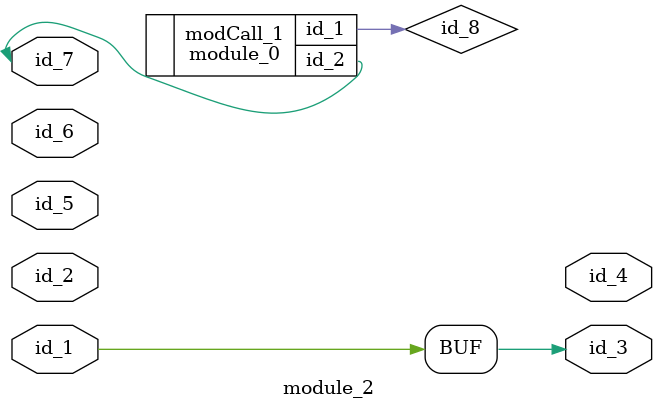
<source format=v>
module module_0 (
    id_1,
    id_2
);
  output wire id_2;
  output wire id_1;
  assign module_2.id_1 = 0;
endmodule
module module_1 (
    id_1
);
  inout wire id_1;
  wire id_2;
  module_0 modCall_1 (
      id_2,
      id_1
  );
  assign modCall_1.id_1 = 0;
  wire id_3, id_4;
  wire id_5;
  always id_4 = id_5;
  wire id_6;
  wire id_7;
  integer id_8;
endmodule
module module_2 (
    id_1,
    id_2,
    id_3,
    id_4,
    id_5,
    id_6,
    id_7
);
  inout wire id_7;
  input wire id_6;
  input wire id_5;
  output wire id_4;
  output wire id_3;
  inout wire id_2;
  inout wire id_1;
  wire id_8;
  always id_3 <= id_1;
  module_0 modCall_1 (
      id_8,
      id_7
  );
endmodule

</source>
